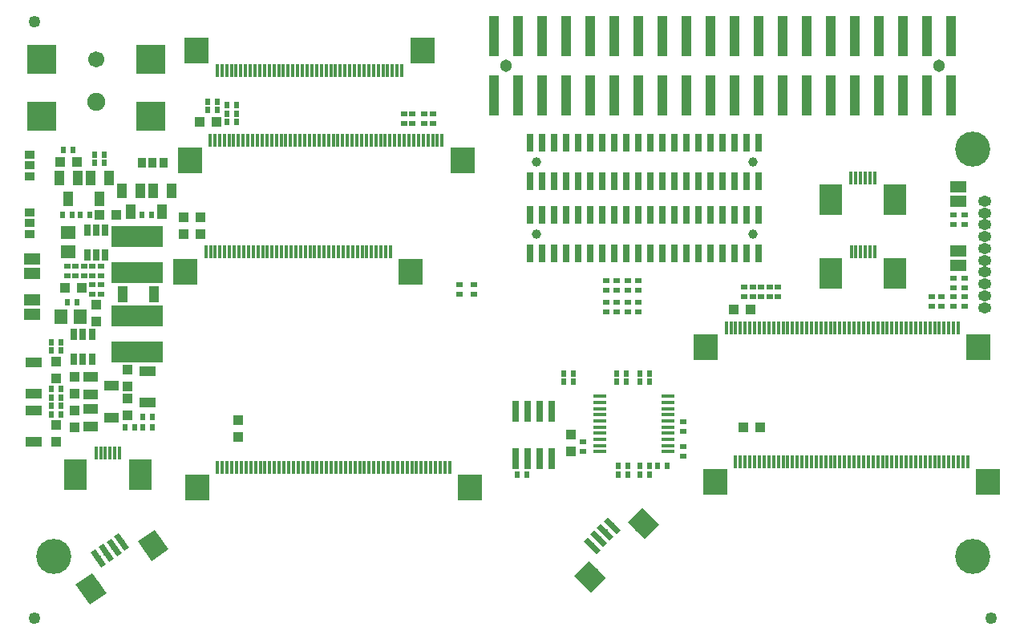
<source format=gbr>
G04 #@! TF.GenerationSoftware,KiCad,Pcbnew,5.0.0-rc2-unknown-4959f91~65~ubuntu16.04.1*
G04 #@! TF.CreationDate,2018-06-18T15:39:28+03:00*
G04 #@! TF.ProjectId,LCD-DRIVER_Rev_B,4C43442D4452495645525F5265765F42,B*
G04 #@! TF.SameCoordinates,Original*
G04 #@! TF.FileFunction,Soldermask,Bot*
G04 #@! TF.FilePolarity,Negative*
%FSLAX46Y46*%
G04 Gerber Fmt 4.6, Leading zero omitted, Abs format (unit mm)*
G04 Created by KiCad (PCBNEW 5.0.0-rc2-unknown-4959f91~65~ubuntu16.04.1) date Mon Jun 18 15:39:28 2018*
%MOMM*%
%LPD*%
G01*
G04 APERTURE LIST*
%ADD10C,1.301600*%
%ADD11R,1.101600X4.351600*%
%ADD12C,1.901600*%
%ADD13C,1.701600*%
%ADD14R,3.101600X3.101600*%
%ADD15O,1.401600X1.101600*%
%ADD16C,1.001600*%
%ADD17R,0.801600X1.901600*%
%ADD18R,0.601600X0.651600*%
%ADD19R,2.501600X2.701600*%
%ADD20R,0.351600X1.401600*%
%ADD21R,1.117600X0.863600*%
%ADD22R,1.117600X1.117600*%
%ADD23R,0.651600X0.601600*%
%ADD24R,1.625600X1.371600*%
%ADD25R,1.371600X1.625600*%
%ADD26R,0.863600X1.117600*%
%ADD27R,1.801600X1.101600*%
%ADD28R,1.101600X1.501600*%
%ADD29R,1.501600X1.101600*%
%ADD30R,1.101600X1.801600*%
%ADD31C,1.254000*%
%ADD32R,1.701800X1.270000*%
%ADD33R,5.501600X2.301600*%
%ADD34R,2.380000X3.180000*%
%ADD35C,2.180000*%
%ADD36C,0.200000*%
%ADD37C,0.601600*%
%ADD38R,1.371600X0.426600*%
%ADD39R,0.701600X2.301600*%
%ADD40R,0.651600X1.301600*%
%ADD41C,3.700000*%
G04 APERTURE END LIST*
D10*
G04 #@! TO.C,LCD_CON1*
X167005000Y-66675000D03*
X121285000Y-66675000D03*
D11*
X168275000Y-69800000D03*
X168275000Y-63550000D03*
X165735000Y-69800000D03*
X165735000Y-63550000D03*
X163195000Y-69800000D03*
X163195000Y-63550000D03*
X160655000Y-69800000D03*
X160655000Y-63550000D03*
X158115000Y-69800000D03*
X158115000Y-63550000D03*
X155575000Y-69800000D03*
X155575000Y-63550000D03*
X153035000Y-69800000D03*
X153035000Y-63550000D03*
X150495000Y-69800000D03*
X150495000Y-63550000D03*
X147955000Y-69800000D03*
X147955000Y-63550000D03*
X145415000Y-69800000D03*
X145415000Y-63550000D03*
X142875000Y-69800000D03*
X142875000Y-63550000D03*
X140335000Y-69800000D03*
X140335000Y-63550000D03*
X137795000Y-69800000D03*
X137795000Y-63550000D03*
X135255000Y-69800000D03*
X135255000Y-63550000D03*
X132715000Y-69800000D03*
X132715000Y-63550000D03*
X130175000Y-69800000D03*
X130175000Y-63550000D03*
X127635000Y-69800000D03*
X127635000Y-63550000D03*
X125095000Y-69800000D03*
X125095000Y-63550000D03*
X122555000Y-69800000D03*
X122555000Y-63550000D03*
X120015000Y-69800000D03*
X120015000Y-63550000D03*
G04 #@! TD*
D12*
G04 #@! TO.C,PWR_JACK1*
X77978000Y-70526000D03*
D13*
X77978000Y-66026000D03*
D14*
X83728000Y-66026000D03*
X83728000Y-72026000D03*
X72228000Y-66026000D03*
X72228000Y-72026000D03*
G04 #@! TD*
D15*
G04 #@! TO.C,PWR1*
X171831000Y-80989000D03*
X171831000Y-82239000D03*
X171831000Y-83489000D03*
X171831000Y-84739000D03*
X171831000Y-85989000D03*
X171831000Y-87239000D03*
X171831000Y-88489000D03*
X171831000Y-89739000D03*
X171831000Y-90989000D03*
X171831000Y-92239000D03*
G04 #@! TD*
D16*
G04 #@! TO.C,LCD_Lime1*
X124460000Y-76835000D03*
D17*
X135255000Y-74803000D03*
X135255000Y-78867000D03*
X133985000Y-74803000D03*
X133985000Y-78867000D03*
X132715000Y-74803000D03*
X132715000Y-78867000D03*
X131445000Y-74803000D03*
X131445000Y-78867000D03*
X130175000Y-74803000D03*
X130175000Y-78867000D03*
X128905000Y-74803000D03*
X128905000Y-78867000D03*
X127635000Y-74803000D03*
X127635000Y-78867000D03*
X126365000Y-74803000D03*
X126365000Y-78867000D03*
X125095000Y-74803000D03*
X125095000Y-78867000D03*
X123825000Y-74803000D03*
X123825000Y-78867000D03*
X136525000Y-78867000D03*
X136525000Y-74803000D03*
X137795000Y-78867000D03*
X137795000Y-74803000D03*
X139065000Y-78867000D03*
X139065000Y-74803000D03*
X140335000Y-78867000D03*
X140335000Y-74803000D03*
X141605000Y-78867000D03*
X141605000Y-74803000D03*
X142875000Y-78867000D03*
X142875000Y-74803000D03*
X144145000Y-78867000D03*
X144145000Y-74803000D03*
X145415000Y-78867000D03*
X145415000Y-74803000D03*
X146685000Y-78867000D03*
X146685000Y-74803000D03*
X147955000Y-78867000D03*
X147955000Y-74803000D03*
D16*
X147320000Y-76835000D03*
G04 #@! TD*
D18*
G04 #@! TO.C,R15*
X82042000Y-104902000D03*
X81026000Y-104902000D03*
G04 #@! TD*
D16*
G04 #@! TO.C,LCD_Lime2*
X124460000Y-84455000D03*
D17*
X135255000Y-86487000D03*
X135255000Y-82423000D03*
X133985000Y-86487000D03*
X133985000Y-82423000D03*
X132715000Y-86487000D03*
X132715000Y-82423000D03*
X131445000Y-86487000D03*
X131445000Y-82423000D03*
X130175000Y-86487000D03*
X130175000Y-82423000D03*
X128905000Y-86487000D03*
X128905000Y-82423000D03*
X127635000Y-86487000D03*
X127635000Y-82423000D03*
X126365000Y-86487000D03*
X126365000Y-82423000D03*
X125095000Y-86487000D03*
X125095000Y-82423000D03*
X123825000Y-86487000D03*
X123825000Y-82423000D03*
X136525000Y-82423000D03*
X136525000Y-86487000D03*
X137795000Y-82423000D03*
X137795000Y-86487000D03*
X139065000Y-82423000D03*
X139065000Y-86487000D03*
X140335000Y-82423000D03*
X140335000Y-86487000D03*
X141605000Y-82423000D03*
X141605000Y-86487000D03*
X142875000Y-82423000D03*
X142875000Y-86487000D03*
X144145000Y-82423000D03*
X144145000Y-86487000D03*
X145415000Y-82423000D03*
X145415000Y-86487000D03*
X146685000Y-82423000D03*
X146685000Y-86487000D03*
X147955000Y-82423000D03*
X147955000Y-86487000D03*
D16*
X147320000Y-84455000D03*
G04 #@! TD*
D19*
G04 #@! TO.C,LCD-4\002C3in_DISP1*
X111200000Y-88450000D03*
X87400000Y-88450000D03*
D20*
X109050000Y-86350000D03*
X108550000Y-86350000D03*
X108050000Y-86350000D03*
X107550000Y-86350000D03*
X107050000Y-86350000D03*
X106550000Y-86350000D03*
X106050000Y-86350000D03*
X105550000Y-86350000D03*
X105050000Y-86350000D03*
X104550000Y-86350000D03*
X104050000Y-86350000D03*
X103550000Y-86350000D03*
X103050000Y-86350000D03*
X102550000Y-86350000D03*
X102050000Y-86350000D03*
X101550000Y-86350000D03*
X101050000Y-86350000D03*
X100550000Y-86350000D03*
X100050000Y-86350000D03*
X99550000Y-86350000D03*
X99050000Y-86350000D03*
X98550000Y-86350000D03*
X98050000Y-86350000D03*
X97550000Y-86350000D03*
X97050000Y-86350000D03*
X96550000Y-86350000D03*
X96050000Y-86350000D03*
X95550000Y-86350000D03*
X95050000Y-86350000D03*
X94550000Y-86350000D03*
X94050000Y-86350000D03*
X93550000Y-86350000D03*
X93050000Y-86350000D03*
X92550000Y-86350000D03*
X92050000Y-86350000D03*
X91550000Y-86350000D03*
X91050000Y-86350000D03*
X90550000Y-86350000D03*
X90050000Y-86350000D03*
X89550000Y-86350000D03*
G04 #@! TD*
D21*
G04 #@! TO.C,3.3V/5.0V1*
X70993000Y-84455000D03*
X70993000Y-83312000D03*
X70993000Y-82169000D03*
G04 #@! TD*
D22*
G04 #@! TO.C,C1*
X88900000Y-72644000D03*
X90678000Y-72644000D03*
G04 #@! TD*
G04 #@! TO.C,C3*
X87249000Y-84455000D03*
X89027000Y-84455000D03*
G04 #@! TD*
D23*
G04 #@! TO.C,C4*
X110490000Y-72771000D03*
X110490000Y-71755000D03*
G04 #@! TD*
D22*
G04 #@! TO.C,C5*
X87249000Y-82677000D03*
X89027000Y-82677000D03*
G04 #@! TD*
D18*
G04 #@! TO.C,C6*
X83947000Y-104902000D03*
X82931000Y-104902000D03*
G04 #@! TD*
D22*
G04 #@! TO.C,C7*
X145288000Y-92456000D03*
X147066000Y-92456000D03*
G04 #@! TD*
D23*
G04 #@! TO.C,C9*
X166243000Y-92075000D03*
X166243000Y-91059000D03*
G04 #@! TD*
G04 #@! TO.C,C10*
X129413000Y-107442000D03*
X129413000Y-106426000D03*
G04 #@! TD*
D22*
G04 #@! TO.C,C11*
X128143000Y-105664000D03*
X128143000Y-107442000D03*
G04 #@! TD*
D23*
G04 #@! TO.C,C12*
X139954000Y-106934000D03*
X139954000Y-107950000D03*
G04 #@! TD*
G04 #@! TO.C,C13*
X139954000Y-104267000D03*
X139954000Y-105283000D03*
G04 #@! TD*
D18*
G04 #@! TO.C,C14*
X77851000Y-76962000D03*
X78867000Y-76962000D03*
G04 #@! TD*
D22*
G04 #@! TO.C,C15*
X73787000Y-104648000D03*
X73787000Y-106426000D03*
G04 #@! TD*
D24*
G04 #@! TO.C,C16*
X75057000Y-84328000D03*
X75057000Y-86360000D03*
G04 #@! TD*
D18*
G04 #@! TO.C,C17*
X123444000Y-109855000D03*
X122428000Y-109855000D03*
G04 #@! TD*
D22*
G04 #@! TO.C,C18*
X75692000Y-103124000D03*
X75692000Y-104902000D03*
G04 #@! TD*
D25*
G04 #@! TO.C,C19*
X74295000Y-93218000D03*
X76327000Y-93218000D03*
G04 #@! TD*
D22*
G04 #@! TO.C,C20*
X74168000Y-76835000D03*
X75946000Y-76835000D03*
G04 #@! TD*
G04 #@! TO.C,C21*
X74676000Y-90170000D03*
X76454000Y-90170000D03*
G04 #@! TD*
G04 #@! TO.C,C22*
X81280000Y-101854000D03*
X81280000Y-103632000D03*
G04 #@! TD*
G04 #@! TO.C,C23*
X81280000Y-100584000D03*
X81280000Y-98806000D03*
G04 #@! TD*
G04 #@! TO.C,C24*
X75692000Y-101346000D03*
X75692000Y-99568000D03*
G04 #@! TD*
G04 #@! TO.C,C25*
X80137000Y-82423000D03*
X78359000Y-82423000D03*
G04 #@! TD*
G04 #@! TO.C,C26*
X73787000Y-99695000D03*
X73787000Y-97917000D03*
G04 #@! TD*
G04 #@! TO.C,C27*
X77978000Y-91948000D03*
X77978000Y-93726000D03*
G04 #@! TD*
D26*
G04 #@! TO.C,CTRL/EN1*
X85090000Y-76962000D03*
X83947000Y-76962000D03*
X82804000Y-76962000D03*
G04 #@! TD*
D27*
G04 #@! TO.C,D1*
X83439000Y-102234000D03*
X83439000Y-98934000D03*
G04 #@! TD*
D28*
G04 #@! TO.C,D2*
X81661000Y-82126000D03*
X82611000Y-79926000D03*
X80711000Y-79926000D03*
G04 #@! TD*
D27*
G04 #@! TO.C,D3*
X71374000Y-103125000D03*
X71374000Y-106425000D03*
G04 #@! TD*
D29*
G04 #@! TO.C,D4*
X79586000Y-103886000D03*
X77386000Y-102936000D03*
X77386000Y-104836000D03*
G04 #@! TD*
D30*
G04 #@! TO.C,D5*
X80773000Y-90805000D03*
X84073000Y-90805000D03*
G04 #@! TD*
D29*
G04 #@! TO.C,D6*
X79586000Y-100457000D03*
X77386000Y-99507000D03*
X77386000Y-101407000D03*
G04 #@! TD*
D27*
G04 #@! TO.C,D7*
X71374000Y-98045000D03*
X71374000Y-101345000D03*
G04 #@! TD*
D28*
G04 #@! TO.C,FET1*
X77409040Y-78521560D03*
X79311500Y-78521560D03*
X78356460Y-80731360D03*
G04 #@! TD*
G04 #@! TO.C,FET2*
X74107040Y-78521560D03*
X76009500Y-78521560D03*
X75054460Y-80731360D03*
G04 #@! TD*
D31*
G04 #@! TO.C,FID1*
X71500000Y-62000000D03*
G04 #@! TD*
G04 #@! TO.C,FID2*
X71500000Y-125000000D03*
G04 #@! TD*
G04 #@! TO.C,FID3*
X172500000Y-125000000D03*
G04 #@! TD*
D32*
G04 #@! TO.C,L/R_EN1*
X169037000Y-81026000D03*
X169037000Y-79502000D03*
X169037000Y-79502000D03*
G04 #@! TD*
D33*
G04 #@! TO.C,L1*
X82296000Y-84714000D03*
X82296000Y-88514000D03*
G04 #@! TD*
G04 #@! TO.C,L2*
X82296000Y-93096000D03*
X82296000Y-96896000D03*
G04 #@! TD*
D34*
G04 #@! TO.C,LCD-5in_CTP1*
X155550000Y-88650000D03*
D20*
X160200000Y-86350000D03*
X159700000Y-86350000D03*
X159200000Y-86350000D03*
X158700000Y-86350000D03*
X158200000Y-86350000D03*
X157700000Y-86350000D03*
D34*
X162350000Y-88650000D03*
G04 #@! TD*
D19*
G04 #@! TO.C,LCD-5in_DISP1*
X111200000Y-88450000D03*
X87400000Y-88450000D03*
D20*
X109050000Y-86350000D03*
X108550000Y-86350000D03*
X108050000Y-86350000D03*
X107550000Y-86350000D03*
X107050000Y-86350000D03*
X106550000Y-86350000D03*
X106050000Y-86350000D03*
X105550000Y-86350000D03*
X105050000Y-86350000D03*
X104550000Y-86350000D03*
X104050000Y-86350000D03*
X103550000Y-86350000D03*
X103050000Y-86350000D03*
X102550000Y-86350000D03*
X102050000Y-86350000D03*
X101550000Y-86350000D03*
X101050000Y-86350000D03*
X100550000Y-86350000D03*
X100050000Y-86350000D03*
X99550000Y-86350000D03*
X99050000Y-86350000D03*
X98550000Y-86350000D03*
X98050000Y-86350000D03*
X97550000Y-86350000D03*
X97050000Y-86350000D03*
X96550000Y-86350000D03*
X96050000Y-86350000D03*
X95550000Y-86350000D03*
X95050000Y-86350000D03*
X94550000Y-86350000D03*
X94050000Y-86350000D03*
X93550000Y-86350000D03*
X93050000Y-86350000D03*
X92550000Y-86350000D03*
X92050000Y-86350000D03*
X91550000Y-86350000D03*
X91050000Y-86350000D03*
X90550000Y-86350000D03*
X90050000Y-86350000D03*
X89550000Y-86350000D03*
G04 #@! TD*
D34*
G04 #@! TO.C,LCD-7in_CTP1*
X155500000Y-80850000D03*
D20*
X160150000Y-78550000D03*
X159650000Y-78550000D03*
X159150000Y-78550000D03*
X158650000Y-78550000D03*
X158150000Y-78550000D03*
X157650000Y-78550000D03*
D34*
X162300000Y-80850000D03*
G04 #@! TD*
D20*
G04 #@! TO.C,LCD-7in_DISP1*
X110800000Y-109150000D03*
X112300000Y-109150000D03*
X111800000Y-109150000D03*
X114300000Y-109150000D03*
X113300000Y-109150000D03*
X112800000Y-109150000D03*
X114800000Y-109150000D03*
X115300000Y-109150000D03*
X111300000Y-109150000D03*
X113800000Y-109150000D03*
D19*
X117450000Y-111250000D03*
X88650000Y-111250000D03*
D20*
X110300000Y-109150000D03*
X109800000Y-109150000D03*
X109300000Y-109150000D03*
X108800000Y-109150000D03*
X108300000Y-109150000D03*
X107800000Y-109150000D03*
X107300000Y-109150000D03*
X106800000Y-109150000D03*
X106300000Y-109150000D03*
X105800000Y-109150000D03*
X105300000Y-109150000D03*
X104800000Y-109150000D03*
X104300000Y-109150000D03*
X103800000Y-109150000D03*
X103300000Y-109150000D03*
X102800000Y-109150000D03*
X102300000Y-109150000D03*
X101800000Y-109150000D03*
X101300000Y-109150000D03*
X100800000Y-109150000D03*
X100300000Y-109150000D03*
X99800000Y-109150000D03*
X99300000Y-109150000D03*
X98800000Y-109150000D03*
X98300000Y-109150000D03*
X97800000Y-109150000D03*
X97300000Y-109150000D03*
X96800000Y-109150000D03*
X96300000Y-109150000D03*
X95800000Y-109150000D03*
X95300000Y-109150000D03*
X94800000Y-109150000D03*
X94300000Y-109150000D03*
X93800000Y-109150000D03*
X93300000Y-109150000D03*
X92800000Y-109150000D03*
X92300000Y-109150000D03*
X91800000Y-109150000D03*
X91300000Y-109150000D03*
X90800000Y-109150000D03*
G04 #@! TD*
D35*
G04 #@! TO.C,LCD-7in_RTP1*
X83985132Y-117360487D03*
D36*
G36*
X84138094Y-115678583D02*
X85617921Y-117791995D01*
X83832170Y-119042391D01*
X82352343Y-116928979D01*
X84138094Y-115678583D01*
X84138094Y-115678583D01*
G37*
D37*
X78217928Y-118713023D03*
D36*
G36*
X77918972Y-117761641D02*
X79009685Y-119319341D01*
X78516884Y-119664405D01*
X77426171Y-118106705D01*
X77918972Y-117761641D01*
X77918972Y-117761641D01*
G37*
D37*
X79037080Y-118139446D03*
D36*
G36*
X78738124Y-117188064D02*
X79828837Y-118745764D01*
X79336036Y-119090828D01*
X78245323Y-117533128D01*
X78738124Y-117188064D01*
X78738124Y-117188064D01*
G37*
D37*
X79856232Y-117565870D03*
D36*
G36*
X79557276Y-116614488D02*
X80647989Y-118172188D01*
X80155188Y-118517252D01*
X79064475Y-116959552D01*
X79557276Y-116614488D01*
X79557276Y-116614488D01*
G37*
D37*
X80675384Y-116992293D03*
D36*
G36*
X80376428Y-116040911D02*
X81467141Y-117598611D01*
X80974340Y-117943675D01*
X79883627Y-116385975D01*
X80376428Y-116040911D01*
X80376428Y-116040911D01*
G37*
D35*
X77431916Y-121949098D03*
D36*
G36*
X77584878Y-120267194D02*
X79064705Y-122380606D01*
X77278954Y-123631002D01*
X75799127Y-121517590D01*
X77584878Y-120267194D01*
X77584878Y-120267194D01*
G37*
G04 #@! TD*
D34*
G04 #@! TO.C,LCD-10\002C1in_CTP1*
X75800000Y-109900000D03*
D20*
X80450000Y-107600000D03*
X79950000Y-107600000D03*
X79450000Y-107600000D03*
X78950000Y-107600000D03*
X78450000Y-107600000D03*
X77950000Y-107600000D03*
D34*
X82600000Y-109900000D03*
G04 #@! TD*
D20*
G04 #@! TO.C,LCD-10\002C1in_DISP1*
X164500000Y-94350000D03*
X166000000Y-94350000D03*
X165500000Y-94350000D03*
X168000000Y-94350000D03*
X167000000Y-94350000D03*
X166500000Y-94350000D03*
X168500000Y-94350000D03*
X169000000Y-94350000D03*
X165000000Y-94350000D03*
X167500000Y-94350000D03*
D19*
X171150000Y-96450000D03*
X142350000Y-96450000D03*
D20*
X164000000Y-94350000D03*
X163500000Y-94350000D03*
X163000000Y-94350000D03*
X162500000Y-94350000D03*
X162000000Y-94350000D03*
X161500000Y-94350000D03*
X161000000Y-94350000D03*
X160500000Y-94350000D03*
X160000000Y-94350000D03*
X159500000Y-94350000D03*
X159000000Y-94350000D03*
X158500000Y-94350000D03*
X158000000Y-94350000D03*
X157500000Y-94350000D03*
X157000000Y-94350000D03*
X156500000Y-94350000D03*
X156000000Y-94350000D03*
X155500000Y-94350000D03*
X155000000Y-94350000D03*
X154500000Y-94350000D03*
X154000000Y-94350000D03*
X153500000Y-94350000D03*
X153000000Y-94350000D03*
X152500000Y-94350000D03*
X152000000Y-94350000D03*
X151500000Y-94350000D03*
X151000000Y-94350000D03*
X150500000Y-94350000D03*
X150000000Y-94350000D03*
X149500000Y-94350000D03*
X149000000Y-94350000D03*
X148500000Y-94350000D03*
X148000000Y-94350000D03*
X147500000Y-94350000D03*
X147000000Y-94350000D03*
X146500000Y-94350000D03*
X146000000Y-94350000D03*
X145500000Y-94350000D03*
X145000000Y-94350000D03*
X144500000Y-94350000D03*
G04 #@! TD*
D35*
G04 #@! TO.C,LCD-10\002C1in_RTP1*
X135762742Y-115005887D03*
D36*
G36*
X135621321Y-113322973D02*
X137445656Y-115147308D01*
X135904163Y-116688801D01*
X134079828Y-114864466D01*
X135621321Y-113322973D01*
X135621321Y-113322973D01*
G37*
D37*
X130318019Y-117339340D03*
D36*
G36*
X129858400Y-116454325D02*
X131203034Y-117798959D01*
X130777638Y-118224355D01*
X129433004Y-116879721D01*
X129858400Y-116454325D01*
X129858400Y-116454325D01*
G37*
D37*
X131025126Y-116632233D03*
D36*
G36*
X130565507Y-115747218D02*
X131910141Y-117091852D01*
X131484745Y-117517248D01*
X130140111Y-116172614D01*
X130565507Y-115747218D01*
X130565507Y-115747218D01*
G37*
D37*
X131732233Y-115925126D03*
D36*
G36*
X131272614Y-115040111D02*
X132617248Y-116384745D01*
X132191852Y-116810141D01*
X130847218Y-115465507D01*
X131272614Y-115040111D01*
X131272614Y-115040111D01*
G37*
D37*
X132439340Y-115218019D03*
D36*
G36*
X131979721Y-114333004D02*
X133324355Y-115677638D01*
X132898959Y-116103034D01*
X131554325Y-114758400D01*
X131979721Y-114333004D01*
X131979721Y-114333004D01*
G37*
D35*
X130105887Y-120662742D03*
D36*
G36*
X129964466Y-118979828D02*
X131788801Y-120804163D01*
X130247308Y-122345656D01*
X128422973Y-120521321D01*
X129964466Y-118979828D01*
X129964466Y-118979828D01*
G37*
G04 #@! TD*
D18*
G04 #@! TO.C,R1*
X92837000Y-72644000D03*
X91821000Y-72644000D03*
G04 #@! TD*
G04 #@! TO.C,R2*
X92837000Y-71755000D03*
X91821000Y-71755000D03*
G04 #@! TD*
G04 #@! TO.C,R3*
X92837000Y-70866000D03*
X91821000Y-70866000D03*
G04 #@! TD*
G04 #@! TO.C,R4*
X89789000Y-70485000D03*
X90805000Y-70485000D03*
G04 #@! TD*
G04 #@! TO.C,R5*
X89789000Y-71374000D03*
X90805000Y-71374000D03*
G04 #@! TD*
D23*
G04 #@! TO.C,R6*
X111379000Y-72771000D03*
X111379000Y-71755000D03*
G04 #@! TD*
G04 #@! TO.C,R7*
X112649000Y-72771000D03*
X112649000Y-71755000D03*
G04 #@! TD*
G04 #@! TO.C,R8*
X113538000Y-72771000D03*
X113538000Y-71755000D03*
G04 #@! TD*
G04 #@! TO.C,R9*
X117856000Y-90805000D03*
X117856000Y-89789000D03*
G04 #@! TD*
G04 #@! TO.C,R10*
X116332000Y-90805000D03*
X116332000Y-89789000D03*
G04 #@! TD*
G04 #@! TO.C,R11*
X169672000Y-83439000D03*
X169672000Y-82423000D03*
G04 #@! TD*
G04 #@! TO.C,R12*
X168529000Y-82423000D03*
X168529000Y-83439000D03*
G04 #@! TD*
G04 #@! TO.C,R13*
X169672000Y-90170000D03*
X169672000Y-89154000D03*
G04 #@! TD*
G04 #@! TO.C,R14*
X168529000Y-89154000D03*
X168529000Y-90170000D03*
G04 #@! TD*
D18*
G04 #@! TO.C,R16*
X82931000Y-103759000D03*
X83947000Y-103759000D03*
G04 #@! TD*
D23*
G04 #@! TO.C,R17*
X146431000Y-91059000D03*
X146431000Y-90043000D03*
G04 #@! TD*
G04 #@! TO.C,R18*
X147320000Y-91059000D03*
X147320000Y-90043000D03*
G04 #@! TD*
G04 #@! TO.C,R19*
X148209000Y-91059000D03*
X148209000Y-90043000D03*
G04 #@! TD*
G04 #@! TO.C,R20*
X149098000Y-91059000D03*
X149098000Y-90043000D03*
G04 #@! TD*
G04 #@! TO.C,R21*
X149987000Y-91059000D03*
X149987000Y-90043000D03*
G04 #@! TD*
G04 #@! TO.C,R22*
X167259000Y-92075000D03*
X167259000Y-91059000D03*
G04 #@! TD*
G04 #@! TO.C,R23*
X169672000Y-92075000D03*
X169672000Y-91059000D03*
G04 #@! TD*
G04 #@! TO.C,R24*
X168529000Y-92075000D03*
X168529000Y-91059000D03*
G04 #@! TD*
D18*
G04 #@! TO.C,R25*
X138303000Y-108966000D03*
X137287000Y-108966000D03*
G04 #@! TD*
G04 #@! TO.C,R26*
X132969000Y-100076000D03*
X133985000Y-100076000D03*
G04 #@! TD*
G04 #@! TO.C,R27*
X132969000Y-99187000D03*
X133985000Y-99187000D03*
G04 #@! TD*
G04 #@! TO.C,R28*
X133096000Y-109855000D03*
X134112000Y-109855000D03*
G04 #@! TD*
G04 #@! TO.C,R29*
X133096000Y-108966000D03*
X134112000Y-108966000D03*
G04 #@! TD*
G04 #@! TO.C,R30*
X136398000Y-108966000D03*
X135382000Y-108966000D03*
G04 #@! TD*
G04 #@! TO.C,R31*
X136398000Y-109855000D03*
X135382000Y-109855000D03*
G04 #@! TD*
G04 #@! TO.C,R32*
X136398000Y-99187000D03*
X135382000Y-99187000D03*
G04 #@! TD*
G04 #@! TO.C,R33*
X136398000Y-100076000D03*
X135382000Y-100076000D03*
G04 #@! TD*
G04 #@! TO.C,R34*
X78867000Y-76073000D03*
X77851000Y-76073000D03*
G04 #@! TD*
G04 #@! TO.C,R35*
X73279000Y-103505000D03*
X74295000Y-103505000D03*
G04 #@! TD*
G04 #@! TO.C,R36*
X82804000Y-82423000D03*
X83820000Y-82423000D03*
G04 #@! TD*
G04 #@! TO.C,R37*
X74930000Y-91694000D03*
X75946000Y-91694000D03*
G04 #@! TD*
D23*
G04 #@! TO.C,R38*
X74930000Y-88900000D03*
X74930000Y-87884000D03*
G04 #@! TD*
D18*
G04 #@! TO.C,R39*
X73279000Y-102616000D03*
X74295000Y-102616000D03*
G04 #@! TD*
D23*
G04 #@! TO.C,R40*
X75819000Y-88900000D03*
X75819000Y-87884000D03*
G04 #@! TD*
G04 #@! TO.C,R41*
X76708000Y-88900000D03*
X76708000Y-87884000D03*
G04 #@! TD*
D18*
G04 #@! TO.C,R42*
X75565000Y-75565000D03*
X74549000Y-75565000D03*
G04 #@! TD*
D23*
G04 #@! TO.C,R43*
X77597000Y-87884000D03*
X77597000Y-88900000D03*
G04 #@! TD*
D18*
G04 #@! TO.C,R44*
X73279000Y-95885000D03*
X74295000Y-95885000D03*
G04 #@! TD*
G04 #@! TO.C,R45*
X74295000Y-96774000D03*
X73279000Y-96774000D03*
G04 #@! TD*
D23*
G04 #@! TO.C,R46*
X78486000Y-88900000D03*
X78486000Y-87884000D03*
G04 #@! TD*
G04 #@! TO.C,R47*
X77597000Y-89789000D03*
X77597000Y-90805000D03*
G04 #@! TD*
D18*
G04 #@! TO.C,R48*
X76327000Y-82423000D03*
X77343000Y-82423000D03*
G04 #@! TD*
G04 #@! TO.C,R49*
X75438000Y-82423000D03*
X74422000Y-82423000D03*
G04 #@! TD*
D23*
G04 #@! TO.C,R50*
X78486000Y-90805000D03*
X78486000Y-89789000D03*
G04 #@! TD*
G04 #@! TO.C,R51*
X135255000Y-91694000D03*
X135255000Y-92710000D03*
G04 #@! TD*
G04 #@! TO.C,R52*
X135255000Y-90424000D03*
X135255000Y-89408000D03*
G04 #@! TD*
G04 #@! TO.C,R53*
X134112000Y-91694000D03*
X134112000Y-92710000D03*
G04 #@! TD*
G04 #@! TO.C,R54*
X134112000Y-90424000D03*
X134112000Y-89408000D03*
G04 #@! TD*
D18*
G04 #@! TO.C,R55*
X73279000Y-101727000D03*
X74295000Y-101727000D03*
G04 #@! TD*
D23*
G04 #@! TO.C,R56*
X132969000Y-91694000D03*
X132969000Y-92710000D03*
G04 #@! TD*
G04 #@! TO.C,R57*
X132969000Y-90424000D03*
X132969000Y-89408000D03*
G04 #@! TD*
D18*
G04 #@! TO.C,R58*
X73279000Y-100838000D03*
X74295000Y-100838000D03*
G04 #@! TD*
D23*
G04 #@! TO.C,R59*
X131826000Y-91694000D03*
X131826000Y-92710000D03*
G04 #@! TD*
G04 #@! TO.C,R60*
X131826000Y-90424000D03*
X131826000Y-89408000D03*
G04 #@! TD*
D28*
G04 #@! TO.C,T1*
X84013040Y-79918560D03*
X85915500Y-79918560D03*
X84960460Y-82128360D03*
G04 #@! TD*
D32*
G04 #@! TO.C,U/D_EN1*
X169037000Y-87757000D03*
X169037000Y-86233000D03*
X169037000Y-86233000D03*
G04 #@! TD*
D38*
G04 #@! TO.C,U1*
X131127500Y-107446000D03*
X131127500Y-106796000D03*
X131127500Y-106146000D03*
X131127500Y-105496000D03*
X131127500Y-104846000D03*
X131127500Y-104196000D03*
X131127500Y-103546000D03*
X131127500Y-102896000D03*
X131127500Y-102246000D03*
X131127500Y-101596000D03*
X138366500Y-101596000D03*
X138366500Y-102246000D03*
X138366500Y-102896000D03*
X138366500Y-103546000D03*
X138366500Y-104196000D03*
X138366500Y-104846000D03*
X138366500Y-105496000D03*
X138366500Y-106146000D03*
X138366500Y-106796000D03*
X138366500Y-107446000D03*
G04 #@! TD*
D39*
G04 #@! TO.C,U2*
X122301000Y-108164000D03*
X123571000Y-108164000D03*
X124841000Y-108164000D03*
X126111000Y-108164000D03*
X126111000Y-103164000D03*
X124841000Y-103164000D03*
X123571000Y-103164000D03*
X122301000Y-103164000D03*
G04 #@! TD*
D40*
G04 #@! TO.C,U3*
X77028000Y-86644100D03*
X77978000Y-86644100D03*
X78928000Y-86644100D03*
X78928000Y-84043900D03*
X77978000Y-84043900D03*
X77028000Y-84043900D03*
G04 #@! TD*
G04 #@! TO.C,U4*
X75631000Y-97693100D03*
X76581000Y-97693100D03*
X77531000Y-97693100D03*
X77531000Y-95092900D03*
X76581000Y-95092900D03*
X75631000Y-95092900D03*
G04 #@! TD*
D32*
G04 #@! TO.C,VLED+_E1*
X71247000Y-88646000D03*
X71247000Y-88646000D03*
X71247000Y-87122000D03*
G04 #@! TD*
G04 #@! TO.C,VLED-_E1*
X71247000Y-92964000D03*
X71247000Y-92964000D03*
X71247000Y-91440000D03*
G04 #@! TD*
D20*
G04 #@! TO.C,LCD-7in_DISP2*
X110000000Y-74550000D03*
X111500000Y-74550000D03*
X111000000Y-74550000D03*
X113500000Y-74550000D03*
X112500000Y-74550000D03*
X112000000Y-74550000D03*
X114000000Y-74550000D03*
X114500000Y-74550000D03*
X110500000Y-74550000D03*
X113000000Y-74550000D03*
D19*
X116650000Y-76650000D03*
X87850000Y-76650000D03*
D20*
X109500000Y-74550000D03*
X109000000Y-74550000D03*
X108500000Y-74550000D03*
X108000000Y-74550000D03*
X107500000Y-74550000D03*
X107000000Y-74550000D03*
X106500000Y-74550000D03*
X106000000Y-74550000D03*
X105500000Y-74550000D03*
X105000000Y-74550000D03*
X104500000Y-74550000D03*
X104000000Y-74550000D03*
X103500000Y-74550000D03*
X103000000Y-74550000D03*
X102500000Y-74550000D03*
X102000000Y-74550000D03*
X101500000Y-74550000D03*
X101000000Y-74550000D03*
X100500000Y-74550000D03*
X100000000Y-74550000D03*
X99500000Y-74550000D03*
X99000000Y-74550000D03*
X98500000Y-74550000D03*
X98000000Y-74550000D03*
X97500000Y-74550000D03*
X97000000Y-74550000D03*
X96500000Y-74550000D03*
X96000000Y-74550000D03*
X95500000Y-74550000D03*
X95000000Y-74550000D03*
X94500000Y-74550000D03*
X94000000Y-74550000D03*
X93500000Y-74550000D03*
X93000000Y-74550000D03*
X92500000Y-74550000D03*
X92000000Y-74550000D03*
X91500000Y-74550000D03*
X91000000Y-74550000D03*
X90500000Y-74550000D03*
X90000000Y-74550000D03*
G04 #@! TD*
G04 #@! TO.C,LCD-10\002C1in_DISP2*
X165500000Y-108550000D03*
X167000000Y-108550000D03*
X166500000Y-108550000D03*
X169000000Y-108550000D03*
X168000000Y-108550000D03*
X167500000Y-108550000D03*
X169500000Y-108550000D03*
X170000000Y-108550000D03*
X166000000Y-108550000D03*
X168500000Y-108550000D03*
D19*
X172150000Y-110650000D03*
X143350000Y-110650000D03*
D20*
X165000000Y-108550000D03*
X164500000Y-108550000D03*
X164000000Y-108550000D03*
X163500000Y-108550000D03*
X163000000Y-108550000D03*
X162500000Y-108550000D03*
X162000000Y-108550000D03*
X161500000Y-108550000D03*
X161000000Y-108550000D03*
X160500000Y-108550000D03*
X160000000Y-108550000D03*
X159500000Y-108550000D03*
X159000000Y-108550000D03*
X158500000Y-108550000D03*
X158000000Y-108550000D03*
X157500000Y-108550000D03*
X157000000Y-108550000D03*
X156500000Y-108550000D03*
X156000000Y-108550000D03*
X155500000Y-108550000D03*
X155000000Y-108550000D03*
X154500000Y-108550000D03*
X154000000Y-108550000D03*
X153500000Y-108550000D03*
X153000000Y-108550000D03*
X152500000Y-108550000D03*
X152000000Y-108550000D03*
X151500000Y-108550000D03*
X151000000Y-108550000D03*
X150500000Y-108550000D03*
X150000000Y-108550000D03*
X149500000Y-108550000D03*
X149000000Y-108550000D03*
X148500000Y-108550000D03*
X148000000Y-108550000D03*
X147500000Y-108550000D03*
X147000000Y-108550000D03*
X146500000Y-108550000D03*
X146000000Y-108550000D03*
X145500000Y-108550000D03*
G04 #@! TD*
D19*
G04 #@! TO.C,LCD_FLAT_CON1*
X88600000Y-65066000D03*
X112400000Y-65066000D03*
D20*
X90750000Y-67166000D03*
X91250000Y-67166000D03*
X91750000Y-67166000D03*
X92250000Y-67166000D03*
X92750000Y-67166000D03*
X93250000Y-67166000D03*
X93750000Y-67166000D03*
X94250000Y-67166000D03*
X94750000Y-67166000D03*
X95250000Y-67166000D03*
X95750000Y-67166000D03*
X96250000Y-67166000D03*
X96750000Y-67166000D03*
X97250000Y-67166000D03*
X97750000Y-67166000D03*
X98250000Y-67166000D03*
X98750000Y-67166000D03*
X99250000Y-67166000D03*
X99750000Y-67166000D03*
X100250000Y-67166000D03*
X100750000Y-67166000D03*
X101250000Y-67166000D03*
X101750000Y-67166000D03*
X102250000Y-67166000D03*
X102750000Y-67166000D03*
X103250000Y-67166000D03*
X103750000Y-67166000D03*
X104250000Y-67166000D03*
X104750000Y-67166000D03*
X105250000Y-67166000D03*
X105750000Y-67166000D03*
X106250000Y-67166000D03*
X106750000Y-67166000D03*
X107250000Y-67166000D03*
X107750000Y-67166000D03*
X108250000Y-67166000D03*
X108750000Y-67166000D03*
X109250000Y-67166000D03*
X109750000Y-67166000D03*
X110250000Y-67166000D03*
G04 #@! TD*
D21*
G04 #@! TO.C,5V_JACK/5V_LCD1*
X70993000Y-78359000D03*
X70993000Y-77216000D03*
X70993000Y-76073000D03*
G04 #@! TD*
D22*
G04 #@! TO.C,C2*
X92964000Y-104140000D03*
X92964000Y-105918000D03*
G04 #@! TD*
G04 #@! TO.C,C8*
X146304000Y-104902000D03*
X148082000Y-104902000D03*
G04 #@! TD*
D41*
G04 #@! TO.C,MountingHole\002A*
X73500000Y-118500000D03*
G04 #@! TD*
G04 #@! TO.C,MountingHole\002A*
X170500000Y-118500000D03*
G04 #@! TD*
G04 #@! TO.C,MountingHole\002A*
X170500000Y-75500000D03*
G04 #@! TD*
D18*
G04 #@! TO.C,R61*
X128397000Y-100076000D03*
X127381000Y-100076000D03*
G04 #@! TD*
G04 #@! TO.C,R62*
X128397000Y-99187000D03*
X127381000Y-99187000D03*
G04 #@! TD*
M02*

</source>
